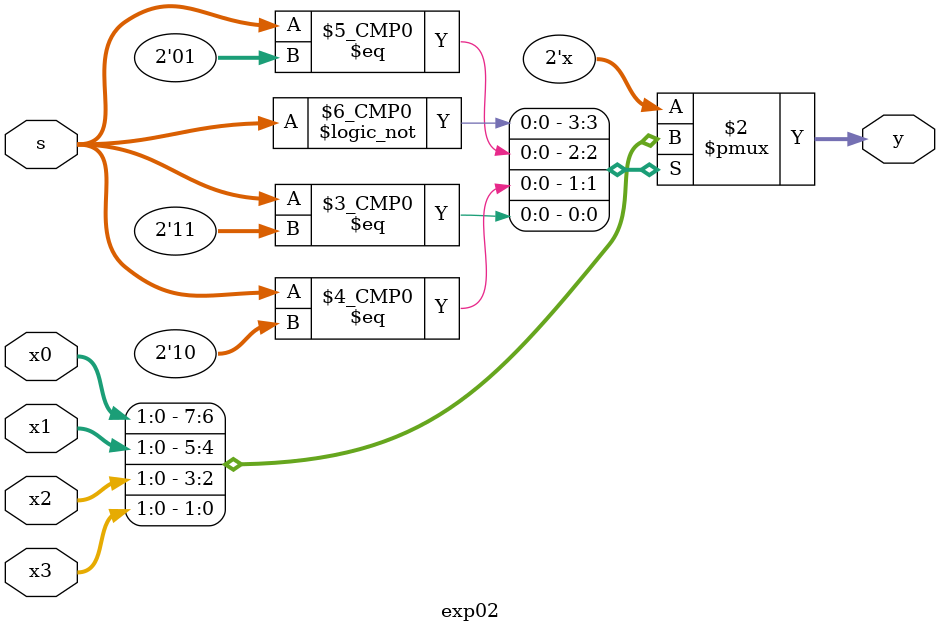
<source format=v>
module exp02(x0,x1,x2,x3,s,y);
	input [1:0] x0,x1,x2,x3,s;
	output reg [1:0] y;
	
	always @ (s or x0 or x1 or x2 or x3)
		case (s)
			0:  y = x0;
			1:  y = x1;
			2:  y = x2;
			3:  y = x3;
			default:y = 2'b00;
		endcase
	
	endmodule
	
</source>
